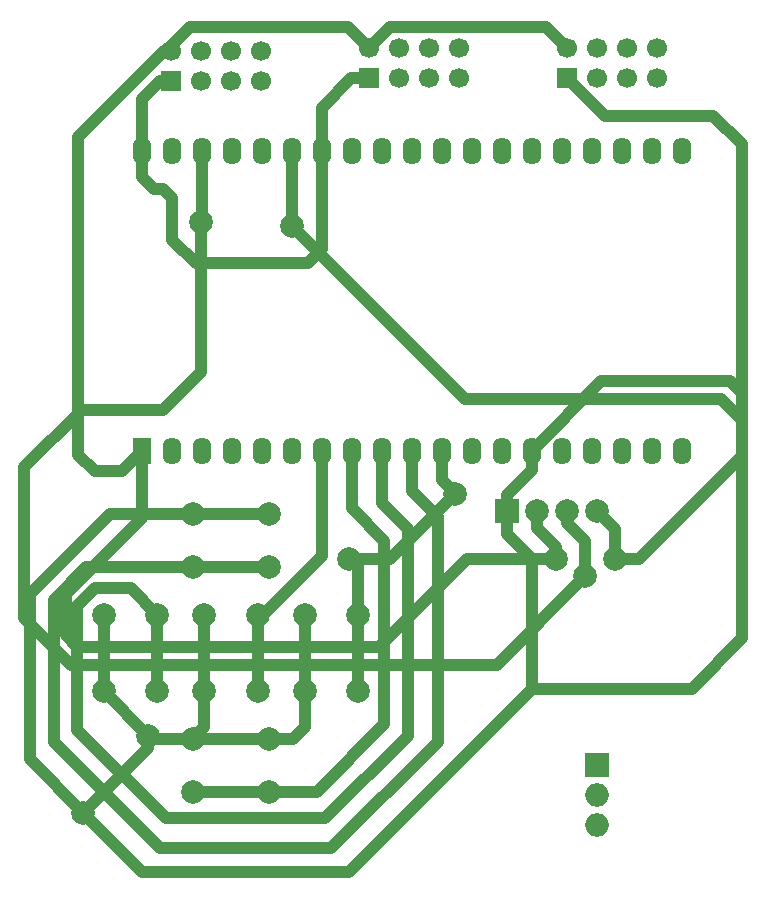
<source format=gbr>
%TF.GenerationSoftware,KiCad,Pcbnew,9.0.4*%
%TF.CreationDate,2025-12-03T20:32:54+01:00*%
%TF.ProjectId,ESP32_TOOLS,45535033-325f-4544-9f4f-4c532e6b6963,rev?*%
%TF.SameCoordinates,Original*%
%TF.FileFunction,Copper,L1,Top*%
%TF.FilePolarity,Positive*%
%FSLAX46Y46*%
G04 Gerber Fmt 4.6, Leading zero omitted, Abs format (unit mm)*
G04 Created by KiCad (PCBNEW 9.0.4) date 2025-12-03 20:32:54*
%MOMM*%
%LPD*%
G01*
G04 APERTURE LIST*
%TA.AperFunction,ComponentPad*%
%ADD10O,2.000000X2.000000*%
%TD*%
%TA.AperFunction,ComponentPad*%
%ADD11R,2.000000X2.000000*%
%TD*%
%TA.AperFunction,ComponentPad*%
%ADD12R,1.700000X1.700000*%
%TD*%
%TA.AperFunction,ComponentPad*%
%ADD13C,1.700000*%
%TD*%
%TA.AperFunction,ComponentPad*%
%ADD14C,2.000000*%
%TD*%
%TA.AperFunction,ComponentPad*%
%ADD15O,1.600000X2.300000*%
%TD*%
%TA.AperFunction,ComponentPad*%
%ADD16R,1.600000X2.300000*%
%TD*%
%TA.AperFunction,ViaPad*%
%ADD17C,2.000000*%
%TD*%
%TA.AperFunction,Conductor*%
%ADD18C,1.016000*%
%TD*%
G04 APERTURE END LIST*
D10*
%TO.P,J1,3,Pin_3*%
%TO.N,Net-(ALTO1-GND)*%
X200000000Y-123040000D03*
%TO.P,J1,2,Pin_2*%
%TO.N,Net-(J1-Pin_2)*%
X200000000Y-120500000D03*
D11*
%TO.P,J1,1,Pin_1*%
%TO.N,Net-(J1-Pin_1)*%
X200000000Y-117960000D03*
%TD*%
D12*
%TO.P,CENTRO1,1,GND*%
%TO.N,Net-(ALTO1-GND)*%
X197475000Y-59829500D03*
D13*
%TO.P,CENTRO1,2,VCC*%
%TO.N,Net-(ALTO1-VCC)*%
X197475000Y-57289500D03*
%TO.P,CENTRO1,3,CE*%
%TO.N,Net-(CENTRO1-CE)*%
X200015000Y-59829500D03*
%TO.P,CENTRO1,4,~{CSN}*%
%TO.N,Net-(CENTRO1-~{CSN})*%
X200015000Y-57289500D03*
%TO.P,CENTRO1,5,SCK*%
%TO.N,Net-(ALTO1-SCK)*%
X202555000Y-59829500D03*
%TO.P,CENTRO1,6,MOSI*%
%TO.N,Net-(ALTO1-MOSI)*%
X202555000Y-57289500D03*
%TO.P,CENTRO1,7,MISO*%
%TO.N,Net-(ALTO1-MISO)*%
X205095000Y-59829500D03*
%TO.P,CENTRO1,8,IRQ*%
%TO.N,unconnected-(CENTRO1-IRQ-Pad8)*%
X205095000Y-57289500D03*
%TD*%
D12*
%TO.P,BASSO1,1,GND*%
%TO.N,Net-(ALTO1-GND)*%
X180675000Y-59829500D03*
D13*
%TO.P,BASSO1,2,VCC*%
%TO.N,Net-(ALTO1-VCC)*%
X180675000Y-57289500D03*
%TO.P,BASSO1,3,CE*%
%TO.N,Net-(BASSO1-CE)*%
X183215000Y-59829500D03*
%TO.P,BASSO1,4,~{CSN}*%
%TO.N,Net-(BASSO1-~{CSN})*%
X183215000Y-57289500D03*
%TO.P,BASSO1,5,SCK*%
%TO.N,Net-(ALTO1-SCK)*%
X185755000Y-59829500D03*
%TO.P,BASSO1,6,MOSI*%
%TO.N,Net-(ALTO1-MOSI)*%
X185755000Y-57289500D03*
%TO.P,BASSO1,7,MISO*%
%TO.N,Net-(ALTO1-MISO)*%
X188295000Y-59829500D03*
%TO.P,BASSO1,8,IRQ*%
%TO.N,unconnected-(BASSO1-IRQ-Pad8)*%
X188295000Y-57289500D03*
%TD*%
D12*
%TO.P,ALTO1,1,GND*%
%TO.N,Net-(ALTO1-GND)*%
X163920000Y-60040000D03*
D13*
%TO.P,ALTO1,2,VCC*%
%TO.N,Net-(ALTO1-VCC)*%
X163920000Y-57500000D03*
%TO.P,ALTO1,3,CE*%
%TO.N,Net-(ALTO1-CE)*%
X166460000Y-60040000D03*
%TO.P,ALTO1,4,~{CSN}*%
%TO.N,Net-(ALTO1-~{CSN})*%
X166460000Y-57500000D03*
%TO.P,ALTO1,5,SCK*%
%TO.N,Net-(ALTO1-SCK)*%
X169000000Y-60040000D03*
%TO.P,ALTO1,6,MOSI*%
%TO.N,Net-(ALTO1-MOSI)*%
X169000000Y-57500000D03*
%TO.P,ALTO1,7,MISO*%
%TO.N,Net-(ALTO1-MISO)*%
X171540000Y-60040000D03*
%TO.P,ALTO1,8,IRQ*%
%TO.N,unconnected-(ALTO1-IRQ-Pad8)*%
X171540000Y-57500000D03*
%TD*%
D14*
%TO.P,OK1,1,1*%
%TO.N,Net-(ALTO1-GND)*%
X166750000Y-111750000D03*
X166750000Y-105250000D03*
%TO.P,OK1,2,2*%
%TO.N,Net-(S1-D32)*%
X171250000Y-111750000D03*
X171250000Y-105250000D03*
%TD*%
D11*
%TO.P,J3,1,Pin_1*%
%TO.N,Net-(ALTO1-GND)*%
X192380000Y-96500000D03*
D14*
%TO.P,J3,2,Pin_2*%
%TO.N,Net-(ALTO1-VCC)*%
X194920000Y-96500000D03*
%TO.P,J3,3,Pin_3*%
%TO.N,Net-(J3-Pin_3)*%
X197460000Y-96500000D03*
%TO.P,J3,4,Pin_4*%
%TO.N,Net-(J3-Pin_4)*%
X200000000Y-96500000D03*
%TD*%
%TO.P,UP1,1,1*%
%TO.N,Net-(ALTO1-GND)*%
X165750000Y-96750000D03*
X172250000Y-96750000D03*
%TO.P,UP1,2,2*%
%TO.N,Net-(S1-D26)*%
X165750000Y-101250000D03*
X172250000Y-101250000D03*
%TD*%
%TO.P,LEFT1,1,1*%
%TO.N,Net-(ALTO1-GND)*%
X158250000Y-111750000D03*
X158250000Y-105250000D03*
%TO.P,LEFT1,2,2*%
%TO.N,Net-(S1-D25)*%
X162750000Y-111750000D03*
X162750000Y-105250000D03*
%TD*%
%TO.P,DOWN1,1,1*%
%TO.N,Net-(ALTO1-GND)*%
X165750000Y-115750000D03*
X172250000Y-115750000D03*
%TO.P,DOWN1,2,2*%
%TO.N,Net-(S1-D33)*%
X165750000Y-120250000D03*
X172250000Y-120250000D03*
%TD*%
%TO.P,RIGHT1,1,1*%
%TO.N,Net-(ALTO1-GND)*%
X175250000Y-111750000D03*
X175250000Y-105250000D03*
%TO.P,RIGHT1,2,2*%
%TO.N,Net-(S1-D27)*%
X179750000Y-111750000D03*
X179750000Y-105250000D03*
%TD*%
D15*
%TO.P,S1,38,GND*%
%TO.N,Net-(ALTO1-GND)*%
X161450000Y-66000000D03*
%TO.P,S1,37,D23(MOSI)*%
%TO.N,Net-(ALTO1-MOSI)*%
X163990000Y-66000000D03*
%TO.P,S1,36,D22(SCL)*%
%TO.N,Net-(J3-Pin_3)*%
X166530000Y-66000000D03*
%TO.P,S1,35,TX0*%
%TO.N,unconnected-(S1-TX0-Pad35)*%
X169070000Y-66000000D03*
%TO.P,S1,34,RX0*%
%TO.N,unconnected-(S1-RX0-Pad34)*%
X171610000Y-66000000D03*
%TO.P,S1,33,D21(SDA)*%
%TO.N,Net-(J3-Pin_4)*%
X174150000Y-66000000D03*
%TO.P,S1,32,GND*%
%TO.N,Net-(ALTO1-GND)*%
X176690000Y-66000000D03*
%TO.P,S1,31,D19(MISO)*%
%TO.N,Net-(ALTO1-MISO)*%
X179230000Y-66000000D03*
%TO.P,S1,30,D18(CLK)*%
%TO.N,Net-(ALTO1-SCK)*%
X181770000Y-66000000D03*
%TO.P,S1,29,D5(CSO)*%
%TO.N,Net-(ALTO1-CE)*%
X184310000Y-66000000D03*
%TO.P,S1,28,TX2*%
%TO.N,Net-(ALTO1-~{CSN})*%
X186850000Y-66000000D03*
%TO.P,S1,27,RX2*%
%TO.N,Net-(CENTRO1-CE)*%
X189390000Y-66000000D03*
%TO.P,S1,26,D4*%
%TO.N,Net-(CENTRO1-~{CSN})*%
X191930000Y-66000000D03*
%TO.P,S1,25,D0*%
%TO.N,unconnected-(S1-D0-Pad25)*%
X194470000Y-66000000D03*
%TO.P,S1,24,D2*%
%TO.N,Net-(BASSO1-~{CSN})*%
X197010000Y-66000000D03*
%TO.P,S1,23,D15*%
%TO.N,Net-(BASSO1-CE)*%
X199550000Y-66000000D03*
%TO.P,S1,22,D8*%
%TO.N,unconnected-(S1-D8-Pad22)*%
X202090000Y-66000000D03*
%TO.P,S1,21,D7*%
%TO.N,unconnected-(S1-D7-Pad21)*%
X204627280Y-66003680D03*
%TO.P,S1,20,D6*%
%TO.N,unconnected-(S1-D6-Pad20)*%
X207167280Y-66003680D03*
%TO.P,S1,19,5V*%
%TO.N,Net-(J1-Pin_1)*%
X207170000Y-91400000D03*
%TO.P,S1,18,D11*%
%TO.N,unconnected-(S1-D11-Pad18)*%
X204630000Y-91400000D03*
%TO.P,S1,17,D10*%
%TO.N,unconnected-(S1-D10-Pad17)*%
X202090000Y-91400000D03*
%TO.P,S1,16,D9*%
%TO.N,unconnected-(S1-D9-Pad16)*%
X199550000Y-91400000D03*
%TO.P,S1,15,D13*%
%TO.N,unconnected-(S1-D13-Pad15)*%
X197010000Y-91400000D03*
%TO.P,S1,14,GND*%
%TO.N,Net-(ALTO1-GND)*%
X194470000Y-91400000D03*
%TO.P,S1,13,D12*%
%TO.N,unconnected-(S1-D12-Pad13)*%
X191930000Y-91400000D03*
%TO.P,S1,12,D14*%
%TO.N,Net-(J1-Pin_2)*%
X189390000Y-91400000D03*
%TO.P,S1,11,D27*%
%TO.N,Net-(S1-D27)*%
X186850000Y-91400000D03*
%TO.P,S1,10,D26*%
%TO.N,Net-(S1-D26)*%
X184310000Y-91400000D03*
%TO.P,S1,9,D25*%
%TO.N,Net-(S1-D25)*%
X181770000Y-91400000D03*
%TO.P,S1,8,D33*%
%TO.N,Net-(S1-D33)*%
X179230000Y-91400000D03*
%TO.P,S1,7,D32*%
%TO.N,Net-(S1-D32)*%
X176690000Y-91400000D03*
%TO.P,S1,6,D35*%
%TO.N,unconnected-(S1-D35-Pad6)*%
X174150000Y-91400000D03*
%TO.P,S1,5,D34*%
%TO.N,unconnected-(S1-D34-Pad5)*%
X171610000Y-91400000D03*
%TO.P,S1,4,VN*%
%TO.N,unconnected-(S1-VN-Pad4)*%
X169070000Y-91400000D03*
%TO.P,S1,3,VP*%
%TO.N,unconnected-(S1-VP-Pad3)*%
X166530000Y-91400000D03*
%TO.P,S1,2,EN*%
%TO.N,unconnected-(S1-EN-Pad2)*%
X163990000Y-91400000D03*
D16*
%TO.P,S1,1,3V3*%
%TO.N,Net-(ALTO1-VCC)*%
X161450000Y-91400000D03*
%TD*%
D17*
%TO.N,Net-(J3-Pin_4)*%
X174150000Y-72350000D03*
%TO.N,Net-(J3-Pin_3)*%
X166500000Y-72000000D03*
%TO.N,Net-(J3-Pin_4)*%
X201500000Y-100500000D03*
%TO.N,Net-(J3-Pin_3)*%
X199000000Y-102000000D03*
%TO.N,Net-(ALTO1-VCC)*%
X196500000Y-100500000D03*
%TO.N,Net-(ALTO1-GND)*%
X156500000Y-122000000D03*
X162000000Y-115500000D03*
%TO.N,Net-(S1-D27)*%
X188000000Y-95000000D03*
X179000000Y-100500000D03*
%TD*%
D18*
%TO.N,Net-(J3-Pin_3)*%
X166500000Y-84699436D02*
X166500000Y-72000000D01*
X163274036Y-87925400D02*
X166500000Y-84699436D01*
X156362364Y-87925400D02*
X163274036Y-87925400D01*
X151500000Y-92787764D02*
X156362364Y-87925400D01*
X151500000Y-105500000D02*
X151500000Y-92787764D01*
X155500000Y-109500000D02*
X151500000Y-105500000D01*
X191500000Y-109500000D02*
X155500000Y-109500000D01*
X199000000Y-102000000D02*
X191500000Y-109500000D01*
%TO.N,Net-(ALTO1-VCC)*%
X161450000Y-97050000D02*
X161450000Y-91400000D01*
X155000000Y-107000000D02*
X155000000Y-103500000D01*
X181500000Y-108000000D02*
X156000000Y-108000000D01*
X156000000Y-108000000D02*
X155000000Y-107000000D01*
X155000000Y-103500000D02*
X161450000Y-97050000D01*
X196500000Y-100500000D02*
X189000000Y-100500000D01*
X189000000Y-100500000D02*
X181500000Y-108000000D01*
%TO.N,Net-(ALTO1-GND)*%
X162000000Y-116500000D02*
X156500000Y-122000000D01*
X162000000Y-115500000D02*
X162000000Y-116500000D01*
%TO.N,Net-(S1-D27)*%
X182500000Y-100500000D02*
X188000000Y-95000000D01*
X179000000Y-100500000D02*
X182500000Y-100500000D01*
%TO.N,Net-(J3-Pin_3)*%
X199000000Y-102000000D02*
X199209000Y-102209000D01*
%TO.N,Net-(J3-Pin_4)*%
X203549708Y-100500000D02*
X201500000Y-100500000D01*
X212259000Y-91790708D02*
X203549708Y-100500000D01*
X174150000Y-72350000D02*
X188800000Y-87000000D01*
X188800000Y-87000000D02*
X210500000Y-87000000D01*
X210500000Y-87000000D02*
X212259000Y-88759000D01*
X212259000Y-88759000D02*
X212259000Y-91790708D01*
%TD*%
D10*
%TO.P,J1,3,Pin_3*%
%TO.N,Net-(ALTO1-GND)*%
X200000000Y-123040000D03*
%TO.P,J1,2,Pin_2*%
%TO.N,Net-(J1-Pin_2)*%
X200000000Y-120500000D03*
D11*
%TO.P,J1,1,Pin_1*%
%TO.N,Net-(J1-Pin_1)*%
X200000000Y-117960000D03*
%TD*%
D12*
%TO.P,CENTRO1,1,GND*%
%TO.N,Net-(ALTO1-GND)*%
X197475000Y-59829500D03*
D13*
%TO.P,CENTRO1,2,VCC*%
%TO.N,Net-(ALTO1-VCC)*%
X197475000Y-57289500D03*
%TO.P,CENTRO1,3,CE*%
%TO.N,Net-(CENTRO1-CE)*%
X200015000Y-59829500D03*
%TO.P,CENTRO1,4,~{CSN}*%
%TO.N,Net-(CENTRO1-~{CSN})*%
X200015000Y-57289500D03*
%TO.P,CENTRO1,5,SCK*%
%TO.N,Net-(ALTO1-SCK)*%
X202555000Y-59829500D03*
%TO.P,CENTRO1,6,MOSI*%
%TO.N,Net-(ALTO1-MOSI)*%
X202555000Y-57289500D03*
%TO.P,CENTRO1,7,MISO*%
%TO.N,Net-(ALTO1-MISO)*%
X205095000Y-59829500D03*
%TO.P,CENTRO1,8,IRQ*%
%TO.N,unconnected-(CENTRO1-IRQ-Pad8)*%
X205095000Y-57289500D03*
%TD*%
D12*
%TO.P,BASSO1,1,GND*%
%TO.N,Net-(ALTO1-GND)*%
X180675000Y-59829500D03*
D13*
%TO.P,BASSO1,2,VCC*%
%TO.N,Net-(ALTO1-VCC)*%
X180675000Y-57289500D03*
%TO.P,BASSO1,3,CE*%
%TO.N,Net-(BASSO1-CE)*%
X183215000Y-59829500D03*
%TO.P,BASSO1,4,~{CSN}*%
%TO.N,Net-(BASSO1-~{CSN})*%
X183215000Y-57289500D03*
%TO.P,BASSO1,5,SCK*%
%TO.N,Net-(ALTO1-SCK)*%
X185755000Y-59829500D03*
%TO.P,BASSO1,6,MOSI*%
%TO.N,Net-(ALTO1-MOSI)*%
X185755000Y-57289500D03*
%TO.P,BASSO1,7,MISO*%
%TO.N,Net-(ALTO1-MISO)*%
X188295000Y-59829500D03*
%TO.P,BASSO1,8,IRQ*%
%TO.N,unconnected-(BASSO1-IRQ-Pad8)*%
X188295000Y-57289500D03*
%TD*%
D12*
%TO.P,ALTO1,1,GND*%
%TO.N,Net-(ALTO1-GND)*%
X163920000Y-60040000D03*
D13*
%TO.P,ALTO1,2,VCC*%
%TO.N,Net-(ALTO1-VCC)*%
X163920000Y-57500000D03*
%TO.P,ALTO1,3,CE*%
%TO.N,Net-(ALTO1-CE)*%
X166460000Y-60040000D03*
%TO.P,ALTO1,4,~{CSN}*%
%TO.N,Net-(ALTO1-~{CSN})*%
X166460000Y-57500000D03*
%TO.P,ALTO1,5,SCK*%
%TO.N,Net-(ALTO1-SCK)*%
X169000000Y-60040000D03*
%TO.P,ALTO1,6,MOSI*%
%TO.N,Net-(ALTO1-MOSI)*%
X169000000Y-57500000D03*
%TO.P,ALTO1,7,MISO*%
%TO.N,Net-(ALTO1-MISO)*%
X171540000Y-60040000D03*
%TO.P,ALTO1,8,IRQ*%
%TO.N,unconnected-(ALTO1-IRQ-Pad8)*%
X171540000Y-57500000D03*
%TD*%
D14*
%TO.P,OK1,1,1*%
%TO.N,Net-(ALTO1-GND)*%
X166750000Y-111750000D03*
X166750000Y-105250000D03*
%TO.P,OK1,2,2*%
%TO.N,Net-(S1-D32)*%
X171250000Y-111750000D03*
X171250000Y-105250000D03*
%TD*%
D11*
%TO.P,J3,1,Pin_1*%
%TO.N,Net-(ALTO1-GND)*%
X192380000Y-96500000D03*
D14*
%TO.P,J3,2,Pin_2*%
%TO.N,Net-(ALTO1-VCC)*%
X194920000Y-96500000D03*
%TO.P,J3,3,Pin_3*%
%TO.N,Net-(J3-Pin_3)*%
X197460000Y-96500000D03*
%TO.P,J3,4,Pin_4*%
%TO.N,Net-(J3-Pin_4)*%
X200000000Y-96500000D03*
%TD*%
%TO.P,UP1,1,1*%
%TO.N,Net-(ALTO1-GND)*%
X165750000Y-96750000D03*
X172250000Y-96750000D03*
%TO.P,UP1,2,2*%
%TO.N,Net-(S1-D26)*%
X165750000Y-101250000D03*
X172250000Y-101250000D03*
%TD*%
%TO.P,LEFT1,1,1*%
%TO.N,Net-(ALTO1-GND)*%
X158250000Y-111750000D03*
X158250000Y-105250000D03*
%TO.P,LEFT1,2,2*%
%TO.N,Net-(S1-D25)*%
X162750000Y-111750000D03*
X162750000Y-105250000D03*
%TD*%
%TO.P,DOWN1,1,1*%
%TO.N,Net-(ALTO1-GND)*%
X165750000Y-115750000D03*
X172250000Y-115750000D03*
%TO.P,DOWN1,2,2*%
%TO.N,Net-(S1-D33)*%
X165750000Y-120250000D03*
X172250000Y-120250000D03*
%TD*%
%TO.P,RIGHT1,1,1*%
%TO.N,Net-(ALTO1-GND)*%
X175250000Y-111750000D03*
X175250000Y-105250000D03*
%TO.P,RIGHT1,2,2*%
%TO.N,Net-(S1-D27)*%
X179750000Y-111750000D03*
X179750000Y-105250000D03*
%TD*%
D15*
%TO.P,S1,38,GND*%
%TO.N,Net-(ALTO1-GND)*%
X161450000Y-66000000D03*
%TO.P,S1,37,D23(MOSI)*%
%TO.N,Net-(ALTO1-MOSI)*%
X163990000Y-66000000D03*
%TO.P,S1,36,D22(SCL)*%
%TO.N,Net-(J3-Pin_3)*%
X166530000Y-66000000D03*
%TO.P,S1,35,TX0*%
%TO.N,unconnected-(S1-TX0-Pad35)*%
X169070000Y-66000000D03*
%TO.P,S1,34,RX0*%
%TO.N,unconnected-(S1-RX0-Pad34)*%
X171610000Y-66000000D03*
%TO.P,S1,33,D21(SDA)*%
%TO.N,Net-(J3-Pin_4)*%
X174150000Y-66000000D03*
%TO.P,S1,32,GND*%
%TO.N,Net-(ALTO1-GND)*%
X176690000Y-66000000D03*
%TO.P,S1,31,D19(MISO)*%
%TO.N,Net-(ALTO1-MISO)*%
X179230000Y-66000000D03*
%TO.P,S1,30,D18(CLK)*%
%TO.N,Net-(ALTO1-SCK)*%
X181770000Y-66000000D03*
%TO.P,S1,29,D5(CSO)*%
%TO.N,Net-(ALTO1-CE)*%
X184310000Y-66000000D03*
%TO.P,S1,28,TX2*%
%TO.N,Net-(ALTO1-~{CSN})*%
X186850000Y-66000000D03*
%TO.P,S1,27,RX2*%
%TO.N,Net-(CENTRO1-CE)*%
X189390000Y-66000000D03*
%TO.P,S1,26,D4*%
%TO.N,Net-(CENTRO1-~{CSN})*%
X191930000Y-66000000D03*
%TO.P,S1,25,D0*%
%TO.N,unconnected-(S1-D0-Pad25)*%
X194470000Y-66000000D03*
%TO.P,S1,24,D2*%
%TO.N,Net-(BASSO1-~{CSN})*%
X197010000Y-66000000D03*
%TO.P,S1,23,D15*%
%TO.N,Net-(BASSO1-CE)*%
X199550000Y-66000000D03*
%TO.P,S1,22,D8*%
%TO.N,unconnected-(S1-D8-Pad22)*%
X202090000Y-66000000D03*
%TO.P,S1,21,D7*%
%TO.N,unconnected-(S1-D7-Pad21)*%
X204627280Y-66003680D03*
%TO.P,S1,20,D6*%
%TO.N,unconnected-(S1-D6-Pad20)*%
X207167280Y-66003680D03*
%TO.P,S1,19,5V*%
%TO.N,Net-(J1-Pin_1)*%
X207170000Y-91400000D03*
%TO.P,S1,18,D11*%
%TO.N,unconnected-(S1-D11-Pad18)*%
X204630000Y-91400000D03*
%TO.P,S1,17,D10*%
%TO.N,unconnected-(S1-D10-Pad17)*%
X202090000Y-91400000D03*
%TO.P,S1,16,D9*%
%TO.N,unconnected-(S1-D9-Pad16)*%
X199550000Y-91400000D03*
%TO.P,S1,15,D13*%
%TO.N,unconnected-(S1-D13-Pad15)*%
X197010000Y-91400000D03*
%TO.P,S1,14,GND*%
%TO.N,Net-(ALTO1-GND)*%
X194470000Y-91400000D03*
%TO.P,S1,13,D12*%
%TO.N,unconnected-(S1-D12-Pad13)*%
X191930000Y-91400000D03*
%TO.P,S1,12,D14*%
%TO.N,Net-(J1-Pin_2)*%
X189390000Y-91400000D03*
%TO.P,S1,11,D27*%
%TO.N,Net-(S1-D27)*%
X186850000Y-91400000D03*
%TO.P,S1,10,D26*%
%TO.N,Net-(S1-D26)*%
X184310000Y-91400000D03*
%TO.P,S1,9,D25*%
%TO.N,Net-(S1-D25)*%
X181770000Y-91400000D03*
%TO.P,S1,8,D33*%
%TO.N,Net-(S1-D33)*%
X179230000Y-91400000D03*
%TO.P,S1,7,D32*%
%TO.N,Net-(S1-D32)*%
X176690000Y-91400000D03*
%TO.P,S1,6,D35*%
%TO.N,unconnected-(S1-D35-Pad6)*%
X174150000Y-91400000D03*
%TO.P,S1,5,D34*%
%TO.N,unconnected-(S1-D34-Pad5)*%
X171610000Y-91400000D03*
%TO.P,S1,4,VN*%
%TO.N,unconnected-(S1-VN-Pad4)*%
X169070000Y-91400000D03*
%TO.P,S1,3,VP*%
%TO.N,unconnected-(S1-VP-Pad3)*%
X166530000Y-91400000D03*
%TO.P,S1,2,EN*%
%TO.N,unconnected-(S1-EN-Pad2)*%
X163990000Y-91400000D03*
D16*
%TO.P,S1,1,3V3*%
%TO.N,Net-(ALTO1-VCC)*%
X161450000Y-91400000D03*
%TD*%
D17*
%TO.N,Net-(J3-Pin_4)*%
X174150000Y-72350000D03*
%TO.N,Net-(J3-Pin_3)*%
X166500000Y-72000000D03*
%TO.N,Net-(J3-Pin_4)*%
X201500000Y-100500000D03*
%TO.N,Net-(J3-Pin_3)*%
X199000000Y-102000000D03*
%TO.N,Net-(ALTO1-VCC)*%
X196500000Y-100500000D03*
%TO.N,Net-(ALTO1-GND)*%
X156500000Y-122000000D03*
X162000000Y-115500000D03*
%TO.N,Net-(S1-D27)*%
X188000000Y-95000000D03*
X179000000Y-100500000D03*
%TD*%
D18*
%TO.N,Net-(ALTO1-GND)*%
X176690000Y-74310000D02*
X176690000Y-66000000D01*
X175500000Y-75500000D02*
X176690000Y-74310000D01*
X166000000Y-75500000D02*
X175500000Y-75500000D01*
X164000000Y-69943364D02*
X164000000Y-73500000D01*
X163274036Y-69217400D02*
X164000000Y-69943364D01*
X162501400Y-69217400D02*
X163274036Y-69217400D01*
X161450000Y-68166000D02*
X162501400Y-69217400D01*
X161450000Y-66000000D02*
X161450000Y-68166000D01*
X164000000Y-73500000D02*
X166000000Y-75500000D01*
X211259000Y-85500000D02*
X212259000Y-86500000D01*
X200370000Y-85500000D02*
X211259000Y-85500000D01*
X194470000Y-91400000D02*
X200370000Y-85500000D01*
X212259000Y-65409292D02*
X212259000Y-86500000D01*
X212259000Y-86500000D02*
X212259000Y-107241000D01*
%TO.N,Net-(ALTO1-VCC)*%
X195685500Y-55500000D02*
X197475000Y-57289500D01*
X182464500Y-55500000D02*
X195685500Y-55500000D01*
X180675000Y-57289500D02*
X182464500Y-55500000D01*
X178885500Y-55500000D02*
X180675000Y-57289500D01*
X165500000Y-55500000D02*
X178885500Y-55500000D01*
X163920000Y-57080000D02*
X165500000Y-55500000D01*
X163920000Y-57500000D02*
X163920000Y-57080000D01*
X157466292Y-93114000D02*
X159736000Y-93114000D01*
X156064200Y-91711908D02*
X157466292Y-93114000D01*
X156064200Y-64777800D02*
X156064200Y-91711908D01*
X159736000Y-93114000D02*
X161450000Y-91400000D01*
X163342000Y-57500000D02*
X156064200Y-64777800D01*
X163920000Y-57500000D02*
X163342000Y-57500000D01*
%TO.N,Net-(J3-Pin_4)*%
X174150000Y-66000000D02*
X174150000Y-72350000D01*
%TO.N,Net-(J3-Pin_3)*%
X166530000Y-66000000D02*
X166530000Y-71970000D01*
X166530000Y-71970000D02*
X166500000Y-72000000D01*
%TO.N,Net-(J3-Pin_4)*%
X201500000Y-99000000D02*
X201500000Y-100500000D01*
X201500000Y-98000000D02*
X201500000Y-99000000D01*
X200500000Y-97000000D02*
X201500000Y-98000000D01*
%TO.N,Net-(J3-Pin_3)*%
X199000000Y-99500000D02*
X199000000Y-102000000D01*
X199000000Y-99000000D02*
X199000000Y-99500000D01*
X198500000Y-98500000D02*
X199000000Y-99000000D01*
%TO.N,Net-(J3-Pin_4)*%
X200000000Y-96500000D02*
X200500000Y-97000000D01*
%TO.N,Net-(J3-Pin_3)*%
X198000000Y-98000000D02*
X198500000Y-98500000D01*
X197460000Y-97460000D02*
X198000000Y-98000000D01*
X197460000Y-96500000D02*
X197460000Y-97460000D01*
%TO.N,Net-(ALTO1-VCC)*%
X196500000Y-99500000D02*
X196500000Y-100500000D01*
X194920000Y-97920000D02*
X195500000Y-98500000D01*
X195500000Y-98500000D02*
X196500000Y-99500000D01*
X194920000Y-96500000D02*
X194920000Y-97920000D01*
%TO.N,Net-(ALTO1-GND)*%
X208000000Y-111500000D02*
X194500000Y-111500000D01*
X212259000Y-107241000D02*
X208000000Y-111500000D01*
X200645500Y-63000000D02*
X209849708Y-63000000D01*
X197475000Y-59829500D02*
X200645500Y-63000000D01*
X209849708Y-63000000D02*
X212259000Y-65409292D01*
X156500000Y-122000000D02*
X161500000Y-127000000D01*
X162000000Y-115500000D02*
X158250000Y-111750000D01*
%TO.N,Net-(S1-D32)*%
X171750000Y-105250000D02*
X176690000Y-100310000D01*
X176690000Y-100310000D02*
X176690000Y-91400000D01*
X171250000Y-105250000D02*
X171750000Y-105250000D01*
%TO.N,Net-(ALTO1-GND)*%
X194500000Y-111500000D02*
X194500000Y-100500000D01*
X179000000Y-127000000D02*
X194500000Y-111500000D01*
X161500000Y-127000000D02*
X179000000Y-127000000D01*
X152000000Y-117500000D02*
X156500000Y-122000000D01*
X152000000Y-103500000D02*
X152000000Y-117500000D01*
X158750000Y-96750000D02*
X152000000Y-103500000D01*
X165750000Y-96750000D02*
X158750000Y-96750000D01*
%TO.N,Net-(S1-D27)*%
X186850000Y-93850000D02*
X188000000Y-95000000D01*
X186850000Y-91400000D02*
X186850000Y-93850000D01*
X179750000Y-101250000D02*
X179000000Y-100500000D01*
X179750000Y-105250000D02*
X179750000Y-101250000D01*
%TO.N,Net-(S1-D26)*%
X184310000Y-94810000D02*
X184310000Y-91400000D01*
X186500000Y-116000000D02*
X186500000Y-97000000D01*
X186500000Y-97000000D02*
X184310000Y-94810000D01*
X177500000Y-125000000D02*
X186500000Y-116000000D01*
X163000000Y-125000000D02*
X177500000Y-125000000D01*
X154000000Y-116000000D02*
X163000000Y-125000000D01*
X154000000Y-104000000D02*
X154000000Y-116000000D01*
X156750000Y-101250000D02*
X154000000Y-104000000D01*
X165750000Y-101250000D02*
X156750000Y-101250000D01*
%TO.N,Net-(S1-D25)*%
X184000000Y-98000000D02*
X181770000Y-95770000D01*
X163500000Y-122500000D02*
X177000000Y-122500000D01*
X156000000Y-115000000D02*
X163500000Y-122500000D01*
X181770000Y-95770000D02*
X181770000Y-91400000D01*
X156000000Y-104500000D02*
X156000000Y-115000000D01*
X177000000Y-122500000D02*
X184000000Y-115500000D01*
X160500000Y-103000000D02*
X157500000Y-103000000D01*
X157500000Y-103000000D02*
X156000000Y-104500000D01*
X184000000Y-115500000D02*
X184000000Y-98000000D01*
X162750000Y-105250000D02*
X160500000Y-103000000D01*
%TO.N,Net-(S1-D33)*%
X182000000Y-99000000D02*
X179230000Y-96230000D01*
X176250000Y-120250000D02*
X182000000Y-114500000D01*
X172250000Y-120250000D02*
X176250000Y-120250000D01*
X182000000Y-114500000D02*
X182000000Y-99000000D01*
X179230000Y-96230000D02*
X179230000Y-91400000D01*
%TO.N,Net-(ALTO1-GND)*%
X175250000Y-114750000D02*
X175250000Y-111750000D01*
X174250000Y-115750000D02*
X175250000Y-114750000D01*
X172250000Y-115750000D02*
X174250000Y-115750000D01*
X166750000Y-111750000D02*
X166750000Y-114750000D01*
X166750000Y-114750000D02*
X165750000Y-115750000D01*
X162250000Y-115750000D02*
X162000000Y-115500000D01*
X165750000Y-115750000D02*
X162250000Y-115750000D01*
X194500000Y-100500000D02*
X192380000Y-98380000D01*
X192380000Y-98380000D02*
X192380000Y-96500000D01*
X194470000Y-93030000D02*
X194470000Y-91400000D01*
X192380000Y-95120000D02*
X194470000Y-93030000D01*
X192380000Y-96500000D02*
X192380000Y-95120000D01*
X176690000Y-62310000D02*
X176690000Y-66000000D01*
X179170500Y-59829500D02*
X176690000Y-62310000D01*
X180675000Y-59829500D02*
X179170500Y-59829500D01*
X172250000Y-96750000D02*
X165750000Y-96750000D01*
%TO.N,Net-(S1-D26)*%
X165750000Y-101250000D02*
X172250000Y-101250000D01*
%TO.N,Net-(ALTO1-GND)*%
X158250000Y-105250000D02*
X158250000Y-111750000D01*
%TO.N,Net-(S1-D27)*%
X179750000Y-111750000D02*
X179750000Y-105250000D01*
%TO.N,Net-(S1-D32)*%
X171250000Y-105250000D02*
X171250000Y-111750000D01*
%TO.N,Net-(S1-D25)*%
X162750000Y-111750000D02*
X162750000Y-105250000D01*
%TO.N,Net-(ALTO1-GND)*%
X175250000Y-105250000D02*
X175250000Y-111750000D01*
X166750000Y-111750000D02*
X166750000Y-105250000D01*
X172250000Y-115750000D02*
X165750000Y-115750000D01*
%TO.N,Net-(S1-D33)*%
X165750000Y-120250000D02*
X172250000Y-120250000D01*
%TO.N,Net-(ALTO1-GND)*%
X163920000Y-60040000D02*
X162960000Y-60040000D01*
X162960000Y-60040000D02*
X161450000Y-61550000D01*
X161450000Y-61550000D02*
X161450000Y-66000000D01*
%TD*%
M02*

</source>
